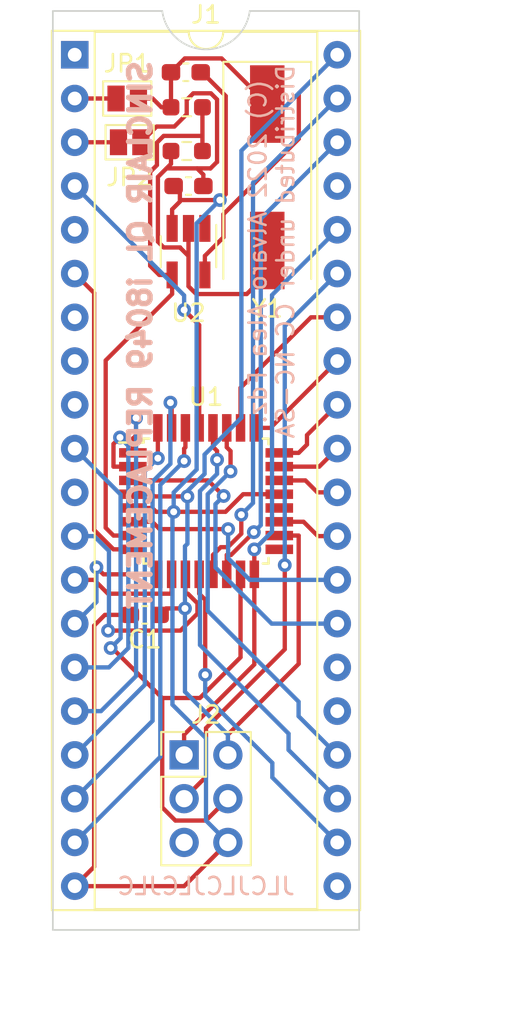
<source format=kicad_pcb>
(kicad_pcb (version 20211014) (generator pcbnew)
  (title_block (title "SINCLAIR QL i8049 REPLACEMENT") (date "2022-02-13") (rev "00") (company "Alvaro Alea Fernandez") (comment 1 "Replace IC24") (comment 2 "THIS IS WIP, DO NOT WORK, DO NOT USE"))
  (layers (0 "F.Cu" signal) (31 "B.Cu" signal) (34 "B.Paste" user) (35 "F.Paste" user) (36 "B.SilkS" user "B.Silkscreen") (37 "F.SilkS" user "F.Silkscreen") (38 "B.Mask" user) (39 "F.Mask" user) (44 "Edge.Cuts" user))
  (net 0 "")
  (net 2 "/XTAL1")
  (net 3 "/XTAL2")
  (net 4 "/~{RESET}")
  (net 6 "/~{INT}")
  (net 10 "/COMCTL")
  (net 12 "/KBI0")
  (net 13 "/KBI1")
  (net 14 "/KBI2")
  (net 15 "/KBI3")
  (net 16 "/KBI4")
  (net 17 "/KBI5")
  (net 18 "/KBI6")
  (net 19 "/KBI7")
  (net 20 "GND")
  (net 22 "/SPK")
  (net 23 "/~{IPL2{slash}0}")
  (net 24 "/~{IPL1}")
  (net 27 "/KBO0")
  (net 28 "/KBO1")
  (net 29 "/KBO2")
  (net 30 "/KBO3")
  (net 31 "/KBO4")
  (net 32 "/KBO5")
  (net 33 "/KBO6")
  (net 34 "/KBO7")
  (net 35 "/CTS")
  (net 36 "/DTR")
  (net 38 "/COMDATA")
  (net 39 "/BAUDX4")
  (net 40 "+5V")
  (net 41 "/CLK")
  (net 45 "Net-(C2-Pad1)")
  (net 46 "Net-(C3-Pad1)")
  (footprint "Package_DIP:DIP-40_W15.24mm_Socket" (layer "F.Cu") (at 114.3 68.58)
    (fp_text reference "J1" (at 7.62 -2.33) (layer "F.SilkS"))
    (fp_text value "Conn_02x20_Counter_Clockwise")
    (fp_line (start 14.08 -1.33) (end 8.62 -1.33) (layer "F.SilkS") (width 0.12))
    (fp_line (start 1.16 49.59) (end 14.08 49.59) (layer "F.SilkS") (width 0.12))
    (fp_line (start 1.16 -1.33) (end 1.16 49.59) (layer "F.SilkS") (width 0.12))
    (fp_line (start -1.33 -1.39) (end -1.33 49.65) (layer "F.SilkS") (width 0.12))
    (fp_line (start 14.08 49.59) (end 14.08 -1.33) (layer "F.SilkS") (width 0.12))
    (fp_line (start -1.33 49.65) (end 16.57 49.65) (layer "F.SilkS") (width 0.12))
    (fp_line (start 6.62 -1.33) (end 1.16 -1.33) (layer "F.SilkS") (width 0.12))
    (fp_line (start 16.57 -1.39) (end -1.33 -1.39) (layer "F.SilkS") (width 0.12))
    (fp_line (start 16.57 49.65) (end 16.57 -1.39) (layer "F.SilkS") (width 0.12))
    (fp_arc (start 8.62 -1.33) (mid 7.62 -0.33) (end 6.62 -1.33) (layer "F.SilkS") (width 0.12))
    (pad "1" thru_hole rect (at 0 0) (size 1.6 1.6) (drill 0.8) (layers *.Cu *.Mask))
    (pad "2" thru_hole oval (at 0 2.54) (size 1.6 1.6) (drill 0.8) (layers *.Cu *.Mask) (net 2 "/XTAL1"))
    (pad "3" thru_hole oval (at 0 5.08) (size 1.6 1.6) (drill 0.8) (layers *.Cu *.Mask) (net 3 "/XTAL2"))
    (pad "4" thru_hole oval (at 0 7.62) (size 1.6 1.6) (drill 0.8) (layers *.Cu *.Mask) (net 4 "/~{RESET}"))
    (pad "5" thru_hole oval (at 0 10.16) (size 1.6 1.6) (drill 0.8) (layers *.Cu *.Mask))
    (pad "6" thru_hole oval (at 0 12.7) (size 1.6 1.6) (drill 0.8) (layers *.Cu *.Mask) (net 6 "/~{INT}"))
    (pad "7" thru_hole oval (at 0 15.24) (size 1.6 1.6) (drill 0.8) (layers *.Cu *.Mask))
    (pad "8" thru_hole oval (at 0 17.78) (size 1.6 1.6) (drill 0.8) (layers *.Cu *.Mask))
    (pad "9" thru_hole oval (at 0 20.32) (size 1.6 1.6) (drill 0.8) (layers *.Cu *.Mask))
    (pad "10" thru_hole oval (at 0 22.86) (size 1.6 1.6) (drill 0.8) (layers *.Cu *.Mask) (net 10 "/COMCTL"))
    (pad "11" thru_hole oval (at 0 25.4) (size 1.6 1.6) (drill 0.8) (layers *.Cu *.Mask))
    (pad "12" thru_hole oval (at 0 27.94) (size 1.6 1.6) (drill 0.8) (layers *.Cu *.Mask) (net 12 "/KBI0"))
    (pad "13" thru_hole oval (at 0 30.48) (size 1.6 1.6) (drill 0.8) (layers *.Cu *.Mask) (net 13 "/KBI1"))
    (pad "14" thru_hole oval (at 0 33.02) (size 1.6 1.6) (drill 0.8) (layers *.Cu *.Mask) (net 14 "/KBI2"))
    (pad "15" thru_hole oval (at 0 35.56) (size 1.6 1.6) (drill 0.8) (layers *.Cu *.Mask) (net 15 "/KBI3"))
    (pad "16" thru_hole oval (at 0 38.1) (size 1.6 1.6) (drill 0.8) (layers *.Cu *.Mask) (net 16 "/KBI4"))
    (pad "17" thru_hole oval (at 0 40.64) (size 1.6 1.6) (drill 0.8) (layers *.Cu *.Mask) (net 17 "/KBI5"))
    (pad "18" thru_hole oval (at 0 43.18) (size 1.6 1.6) (drill 0.8) (layers *.Cu *.Mask) (net 18 "/KBI6"))
    (pad "19" thru_hole oval (at 0 45.72) (size 1.6 1.6) (drill 0.8) (layers *.Cu *.Mask) (net 19 "/KBI7"))
    (pad "20" thru_hole oval (at 0 48.26) (size 1.6 1.6) (drill 0.8) (layers *.Cu *.Mask) (net 20 "GND"))
    (pad "21" thru_hole oval (at 15.24 48.26) (size 1.6 1.6) (drill 0.8) (layers *.Cu *.Mask))
    (pad "22" thru_hole oval (at 15.24 45.72) (size 1.6 1.6) (drill 0.8) (layers *.Cu *.Mask) (net 22 "/SPK"))
    (pad "23" thru_hole oval (at 15.24 43.18) (size 1.6 1.6) (drill 0.8) (layers *.Cu *.Mask) (net 23 "/~{IPL2{slash}0}"))
    (pad "24" thru_hole oval (at 15.24 40.64) (size 1.6 1.6) (drill 0.8) (layers *.Cu *.Mask) (net 24 "/~{IPL1}"))
    (pad "25" thru_hole oval (at 15.24 38.1) (size 1.6 1.6) (drill 0.8) (layers *.Cu *.Mask))
    (pad "26" thru_hole oval (at 15.24 35.56) (size 1.6 1.6) (drill 0.8) (layers *.Cu *.Mask))
    (pad "27" thru_hole oval (at 15.24 33.02) (size 1.6 1.6) (drill 0.8) (layers *.Cu *.Mask) (net 27 "/KBO0"))
    (pad "28" thru_hole oval (at 15.24 30.48) (size 1.6 1.6) (drill 0.8) (layers *.Cu *.Mask) (net 28 "/KBO1"))
    (pad "29" thru_hole oval (at 15.24 27.94) (size 1.6 1.6) (drill 0.8) (layers *.Cu *.Mask) (net 29 "/KBO2"))
    (pad "30" thru_hole oval (at 15.24 25.4) (size 1.6 1.6) (drill 0.8) (layers *.Cu *.Mask) (net 30 "/KBO3"))
    (pad "31" thru_hole oval (at 15.24 22.86) (size 1.6 1.6) (drill 0.8) (layers *.Cu *.Mask) (net 31 "/KBO4"))
    (pad "32" thru_hole oval (at 15.24 20.32) (size 1.6 1.6) (drill 0.8) (layers *.Cu *.Mask) (net 32 "/KBO5"))
    (pad "33" thru_hole oval (at 15.24 17.78) (size 1.6 1.6) (drill 0.8) (layers *.Cu *.Mask) (net 33 "/KBO6"))
    (pad "34" thru_hole oval (at 15.24 15.24) (size 1.6 1.6) (drill 0.8) (layers *.Cu *.Mask) (net 34 "/KBO7"))
    (pad "35" thru_hole oval (at 15.24 12.7) (size 1.6 1.6) (drill 0.8) (layers *.Cu *.Mask) (net 35 "/CTS"))
    (pad "36" thru_hole oval (at 15.24 10.16) (size 1.6 1.6) (drill 0.8) (layers *.Cu *.Mask) (net 36 "/DTR"))
    (pad "37" thru_hole oval (at 15.24 7.62) (size 1.6 1.6) (drill 0.8) (layers *.Cu *.Mask))
    (pad "38" thru_hole oval (at 15.24 5.08) (size 1.6 1.6) (drill 0.8) (layers *.Cu *.Mask) (net 38 "/COMDATA"))
    (pad "39" thru_hole oval (at 15.24 2.54) (size 1.6 1.6) (drill 0.8) (layers *.Cu *.Mask) (net 39 "/BAUDX4"))
    (pad "40" thru_hole oval (at 15.24 0) (size 1.6 1.6) (drill 0.8) (layers *.Cu *.Mask) (net 40 "+5V"))
  )
  (footprint "Resistor_SMD:R_0603_1608Metric_Pad0.98x0.95mm_HandSolder" (layer "F.Cu") (at 120.8005 74.168 180)
    (fp_text reference "R1" hide)
    (fp_text value "R")
    (fp_line (start -0.254724 -0.5225) (end 0.254724 -0.5225) (layer "F.SilkS") (width 0.12))
    (fp_line (start -0.254724 0.5225) (end 0.254724 0.5225) (layer "F.SilkS") (width 0.12))
    (pad "1" smd roundrect (at -0.9125 0 180) (size 0.975 0.95) (layers "F.Cu" "F.Paste" "F.Mask") (net 41 "/CLK"))
    (pad "2" smd roundrect (at 0.9125 0 180) (size 0.975 0.95) (layers "F.Cu" "F.Paste" "F.Mask") (net 46 "Net-(C3-Pad1)"))
  )
  (footprint "Capacitor_SMD:C_0603_1608Metric_Pad1.08x0.95mm_HandSolder" (layer "F.Cu") (at 118.364 101.092 180)
    (fp_text reference "C1" (at 0 -1.43) (layer "F.SilkS"))
    (fp_text value "C")
    (fp_line (start -0.146267 0.51) (end 0.146267 0.51) (layer "F.SilkS") (width 0.12))
    (fp_line (start -0.146267 -0.51) (end 0.146267 -0.51) (layer "F.SilkS") (width 0.12))
    (pad "1" smd roundrect (at -0.8625 0 180) (size 1.075 0.95) (layers "F.Cu" "F.Paste" "F.Mask") (net 40 "+5V"))
    (pad "2" smd roundrect (at 0.8625 0 180) (size 1.075 0.95) (layers "F.Cu" "F.Paste" "F.Mask") (net 20 "GND"))
  )
  (footprint "Capacitor_SMD:C_0603_1608Metric_Pad1.08x0.95mm_HandSolder" (layer "F.Cu") (at 120.904 76.2 180)
    (fp_text reference "C3" hide)
    (fp_text value "C")
    (fp_line (start -0.146267 -0.51) (end 0.146267 -0.51) (layer "F.SilkS") (width 0.12))
    (fp_line (start -0.146267 0.51) (end 0.146267 0.51) (layer "F.SilkS") (width 0.12))
    (pad "1" smd roundrect (at -0.8625 0 180) (size 1.075 0.95) (layers "F.Cu" "F.Paste" "F.Mask") (net 46 "Net-(C3-Pad1)"))
    (pad "2" smd roundrect (at 0.8625 0 180) (size 1.075 0.95) (layers "F.Cu" "F.Paste" "F.Mask") (net 20 "GND"))
  )
  (footprint "Crystal:Crystal_SMD_HC49-SD" (layer "F.Cu") (at 125.476 75.692 -90)
    (fp_text reference "Y1" (at 7.62 0) (layer "F.SilkS"))
    (fp_text value "Crystal")
    (fp_line (start -6.7 -2.55) (end -6.7 2.55) (layer "F.SilkS") (width 0.12))
    (fp_line (start -6.7 2.55) (end 5.9 2.55) (layer "F.SilkS") (width 0.12))
    (fp_line (start 5.9 -2.55) (end -6.7 -2.55) (layer "F.SilkS") (width 0.12))
    (pad "1" smd rect (at -4.25 0 270) (size 4.5 2) (layers "F.Cu" "F.Paste" "F.Mask") (net 45 "Net-(C2-Pad1)"))
    (pad "2" smd rect (at 4.25 0 270) (size 4.5 2) (layers "F.Cu" "F.Paste" "F.Mask") (net 46 "Net-(C3-Pad1)"))
  )
  (footprint "Jumper:SolderJumper-2_P1.3mm_Open_Pad1.0x1.5mm" (layer "F.Cu") (at 117.348 71.12 180)
    (fp_text reference "JP1" (at 0 2.032 180) (layer "F.SilkS"))
    (fp_text value "Jumper_2_Open")
    (fp_line (start -1.4 -1) (end 1.4 -1) (layer "F.SilkS") (width 0.12))
    (fp_line (start -1.4 1) (end -1.4 -1) (layer "F.SilkS") (width 0.12))
    (fp_line (start 1.4 1) (end -1.4 1) (layer "F.SilkS") (width 0.12))
    (fp_line (start 1.4 -1) (end 1.4 1) (layer "F.SilkS") (width 0.12))
    (pad "1" smd rect (at -0.65 0 180) (size 1 1.5) (layers "F.Cu" "F.Mask") (net 45 "Net-(C2-Pad1)"))
    (pad "2" smd rect (at 0.65 0 180) (size 1 1.5) (layers "F.Cu" "F.Mask") (net 2 "/XTAL1"))
  )
  (footprint "Package_QFP:TQFP-32_7x7mm_P0.8mm" (layer "F.Cu") (at 121.925 94.488)
    (fp_text reference "U1" (at 0 -6.05) (layer "F.SilkS"))
    (fp_text value "ATmega328PB-A")
    (fp_line (start 3.625 -3.625) (end 3.625 -3.3) (layer "F.SilkS") (width 0.15))
    (fp_line (start -3.625 3.625) (end -3.625 3.3) (layer "F.SilkS") (width 0.15))
    (fp_line (start -3.625 -3.625) (end -3.625 -3.4) (layer "F.SilkS") (width 0.15))
    (fp_line (start 3.625 3.625) (end 3.3 3.625) (layer "F.SilkS") (width 0.15))
    (fp_line (start -3.625 -3.4) (end -5.05 -3.4) (layer "F.SilkS") (width 0.15))
    (fp_line (start 3.625 3.625) (end 3.625 3.3) (layer "F.SilkS") (width 0.15))
    (fp_line (start 3.625 -3.625) (end 3.3 -3.625) (layer "F.SilkS") (width 0.15))
    (fp_line (start -3.625 -3.625) (end -3.3 -3.625) (layer "F.SilkS") (width 0.15))
    (fp_line (start -3.625 3.625) (end -3.3 3.625) (layer "F.SilkS") (width 0.15))
    (pad "1" smd rect (at -4.25 -2.8) (size 1.6 0.55) (layers "F.Cu" "F.Paste" "F.Mask") (net 16 "/KBI4"))
    (pad "2" smd rect (at -4.25 -2) (size 1.6 0.55) (layers "F.Cu" "F.Paste" "F.Mask") (net 15 "/KBI3"))
    (pad "3" smd rect (at -4.25 -1.2) (size 1.6 0.55) (layers "F.Cu" "F.Paste" "F.Mask") (net 27 "/KBO0"))
    (pad "4" smd rect (at -4.25 -0.4) (size 1.6 0.55) (layers "F.Cu" "F.Paste" "F.Mask") (net 40 "+5V"))
    (pad "5" smd rect (at -4.25 0.4) (size 1.6 0.55) (layers "F.Cu" "F.Paste" "F.Mask") (net 20 "GND"))
    (pad "6" smd rect (at -4.25 1.2) (size 1.6 0.55) (layers "F.Cu" "F.Paste" "F.Mask") (net 28 "/KBO1"))
    (pad "7" smd rect (at -4.25 2) (size 1.6 0.55) (layers "F.Cu" "F.Paste" "F.Mask") (net 41 "/CLK"))
    (pad "8" smd rect (at -4.25 2.8) (size 1.6 0.55) (layers "F.Cu" "F.Paste" "F.Mask") (net 6 "/~{INT}"))
    (pad "9" smd rect (at -2.8 4.25 90) (size 1.6 0.55) (layers "F.Cu" "F.Paste" "F.Mask") (net 14 "/KBI2"))
    (pad "10" smd rect (at -2 4.25 90) (size 1.6 0.55) (layers "F.Cu" "F.Paste" "F.Mask") (net 13 "/KBI1"))
    (pad "11" smd rect (at -1.2 4.25 90) (size 1.6 0.55) (layers "F.Cu" "F.Paste" "F.Mask") (net 12 "/KBI0"))
    (pad "12" smd rect (at -0.4 4.25 90) (size 1.6 0.55) (layers "F.Cu" "F.Paste" "F.Mask") (net 22 "/SPK"))
    (pad "13" smd rect (at 0.4 4.25 90) (size 1.6 0.55) (layers "F.Cu" "F.Paste" "F.Mask") (net 39 "/BAUDX4"))
    (pad "14" smd rect (at 1.2 4.25 90) (size 1.6 0.55) (layers "F.Cu" "F.Paste" "F.Mask") (net 38 "/COMDATA"))
    (pad "15" smd rect (at 2 4.25 90) (size 1.6 0.55) (layers "F.Cu" "F.Paste" "F.Mask") (net 10 "/COMCTL"))
    (pad "16" smd rect (at 2.8 4.25 90) (size 1.6 0.55) (layers "F.Cu" "F.Paste" "F.Mask") (net 36 "/DTR"))
    (pad "17" smd rect (at 4.25 2.8) (size 1.6 0.55) (layers "F.Cu" "F.Paste" "F.Mask") (net 35 "/CTS"))
    (pad "18" smd rect (at 4.25 2) (size 1.6 0.55) (layers "F.Cu" "F.Paste" "F.Mask") (net 40 "+5V"))
    (pad "19" smd rect (at 4.25 1.2) (size 1.6 0.55) (layers "F.Cu" "F.Paste" "F.Mask") (net 29 "/KBO2"))
    (pad "20" smd rect (at 4.25 0.4) (size 1.6 0.55) (layers "F.Cu" "F.Paste" "F.Mask"))
    (pad "21" smd rect (at 4.25 -0.4) (size 1.6 0.55) (layers "F.Cu" "F.Paste" "F.Mask") (net 20 "GND"))
    (pad "22" smd rect (at 4.25 -1.2) (size 1.6 0.55) (layers "F.Cu" "F.Paste" "F.Mask") (net 30 "/KBO3"))
    (pad "23" smd rect (at 4.25 -2) (size 1.6 0.55) (layers "F.Cu" "F.Paste" "F.Mask") (net 31 "/KBO4"))
    (pad "24" smd rect (at 4.25 -2.8) (size 1.6 0.55) (layers "F.Cu" "F.Paste" "F.Mask") (net 32 "/KBO5"))
    (pad "25" smd rect (at 2.8 -4.25 90) (size 1.6 0.55) (layers "F.Cu" "F.Paste" "F.Mask") (net 33 "/KBO6"))
    (pad "26" smd rect (at 2 -4.25 90) (size 1.6 0.55) (layers "F.Cu" "F.Paste" "F.Mask") (net 34 "/KBO7"))
    (pad "27" smd rect (at 1.2 -4.25 90) (size 1.6 0.55) (layers "F.Cu" "F.Paste" "F.Mask") (net 24 "/~{IPL1}"))
    (pad "28" smd rect (at 0.4 -4.25 90) (size 1.6 0.55) (layers "F.Cu" "F.Paste" "F.Mask") (net 23 "/~{IPL2{slash}0}"))
    (pad "29" smd rect (at -0.4 -4.25 90) (size 1.6 0.55) (layers "F.Cu" "F.Paste" "F.Mask") (net 4 "/~{RESET}"))
    (pad "30" smd rect (at -1.2 -4.25 90) (size 1.6 0.55) (layers "F.Cu" "F.Paste" "F.Mask") (net 19 "/KBI7"))
    (pad "31" smd rect (at -2 -4.25 90) (size 1.6 0.55) (layers "F.Cu" "F.Paste" "F.Mask") (net 18 "/KBI6"))
    (pad "32" smd rect (at -2.8 -4.25 90) (size 1.6 0.55) (layers "F.Cu" "F.Paste" "F.Mask") (net 17 "/KBI5"))
  )
  (footprint "Resistor_SMD:R_0603_1608Metric_Pad0.98x0.95mm_HandSolder" (layer "F.Cu") (at 120.8005 71.628 180)
    (fp_text reference "R2" hide)
    (fp_text value "R")
    (fp_line (start -0.254724 -0.5225) (end 0.254724 -0.5225) (layer "F.SilkS") (width 0.12))
    (fp_line (start -0.254724 0.5225) (end 0.254724 0.5225) (layer "F.SilkS") (width 0.12))
    (pad "1" smd roundrect (at -0.9125 0 180) (size 0.975 0.95) (layers "F.Cu" "F.Paste" "F.Mask") (net 41 "/CLK"))
    (pad "2" smd roundrect (at 0.9125 0 180) (size 0.975 0.95) (layers "F.Cu" "F.Paste" "F.Mask") (net 45 "Net-(C2-Pad1)"))
  )
  (footprint "Capacitor_SMD:C_0603_1608Metric_Pad1.08x0.95mm_HandSolder" (layer "F.Cu") (at 120.7505 69.596)
    (fp_text reference "C2" hide)
    (fp_text value "C")
    (fp_line (start -0.146267 -0.51) (end 0.146267 -0.51) (layer "F.SilkS") (width 0.12))
    (fp_line (start -0.146267 0.51) (end 0.146267 0.51) (layer "F.SilkS") (width 0.12))
    (pad "1" smd roundrect (at -0.8625 0) (size 1.075 0.95) (layers "F.Cu" "F.Paste" "F.Mask") (net 45 "Net-(C2-Pad1)"))
    (pad "2" smd roundrect (at 0.8625 0) (size 1.075 0.95) (layers "F.Cu" "F.Paste" "F.Mask") (net 20 "GND"))
  )
  (footprint "Connector_PinHeader_2.54mm:PinHeader_2x03_P2.54mm_Vertical" (layer "F.Cu") (at 120.65 109.22)
    (fp_text reference "J2" (at 1.27 -2.33) (layer "F.SilkS"))
    (fp_text value "ICSP")
    (fp_line (start -1.33 1.27) (end -1.33 6.41) (layer "F.SilkS") (width 0.12))
    (fp_line (start 3.87 -1.33) (end 3.87 6.41) (layer "F.SilkS") (width 0.12))
    (fp_line (start 1.27 1.27) (end 1.27 -1.33) (layer "F.SilkS") (width 0.12))
    (fp_line (start -1.33 1.27) (end 1.27 1.27) (layer "F.SilkS") (width 0.12))
    (fp_line (start -1.33 6.41) (end 3.87 6.41) (layer "F.SilkS") (width 0.12))
    (fp_line (start -1.33 0) (end -1.33 -1.33) (layer "F.SilkS") (width 0.12))
    (fp_line (start -1.33 -1.33) (end 0 -1.33) (layer "F.SilkS") (width 0.12))
    (fp_line (start 1.27 -1.33) (end 3.87 -1.33) (layer "F.SilkS") (width 0.12))
    (pad "1" thru_hole rect (at 0 0) (size 1.7 1.7) (drill 1) (layers *.Cu *.Mask) (net 36 "/DTR"))
    (pad "2" thru_hole oval (at 2.54 0) (size 1.7 1.7) (drill 1) (layers *.Cu *.Mask) (net 40 "+5V"))
    (pad "3" thru_hole oval (at 0 2.54) (size 1.7 1.7) (drill 1) (layers *.Cu *.Mask) (net 35 "/CTS"))
    (pad "4" thru_hole oval (at 2.54 2.54) (size 1.7 1.7) (drill 1) (layers *.Cu *.Mask) (net 10 "/COMCTL"))
    (pad "5" thru_hole oval (at 0 5.08) (size 1.7 1.7) (drill 1) (layers *.Cu *.Mask))
    (pad "6" thru_hole oval (at 2.54 5.08) (size 1.7 1.7) (drill 1) (layers *.Cu *.Mask) (net 20 "GND"))
  )
  (footprint "Jumper:SolderJumper-2_P1.3mm_Open_Pad1.0x1.5mm" (layer "F.Cu") (at 117.49 73.66 180)
    (fp_text reference "JP2" (at 0 -2.032 180) (layer "F.SilkS"))
    (fp_text value "Jumper_2_Open")
    (fp_line (start 1.4 -1) (end 1.4 1) (layer "F.SilkS") (width 0.12))
    (fp_line (start 1.4 1) (end -1.4 1) (layer "F.SilkS") (width 0.12))
    (fp_line (start -1.4 1) (end -1.4 -1) (layer "F.SilkS") (width 0.12))
    (fp_line (start -1.4 -1) (end 1.4 -1) (layer "F.SilkS") (width 0.12))
    (pad "1" smd rect (at -0.65 0 180) (size 1 1.5) (layers "F.Cu" "F.Mask") (net 46 "Net-(C3-Pad1)"))
    (pad "2" smd rect (at 0.65 0 180) (size 1 1.5) (layers "F.Cu" "F.Mask") (net 3 "/XTAL2"))
  )
  (footprint "Package_TO_SOT_SMD:SOT-23-5_HandSoldering" (layer "F.Cu") (at 120.904 80.01 -90)
    (fp_text reference "U2" (at 3.556 0) (layer "F.SilkS"))
    (fp_text value "74LVC1GU04DRL")
    (fp_line (start -0.9 1.61) (end 0.9 1.61) (layer "F.SilkS") (width 0.12))
    (fp_line (start 0.9 -1.61) (end -1.55 -1.61) (layer "F.SilkS") (width 0.12))
    (pad "1" smd rect (at -1.35 -0.95 270) (size 1.56 0.65) (layers "F.Cu" "F.Paste" "F.Mask"))
    (pad "2" smd rect (at -1.35 0 270) (size 1.56 0.65) (layers "F.Cu" "F.Paste" "F.Mask") (net 46 "Net-(C3-Pad1)"))
    (pad "3" smd rect (at -1.35 0.95 270) (size 1.56 0.65) (layers "F.Cu" "F.Paste" "F.Mask") (net 20 "GND"))
    (pad "4" smd rect (at 1.35 0.95 270) (size 1.56 0.65) (layers "F.Cu" "F.Paste" "F.Mask") (net 41 "/CLK"))
    (pad "5" smd rect (at 1.35 -0.95 270) (size 1.56 0.65) (layers "F.Cu" "F.Paste" "F.Mask") (net 40 "+5V"))
  )
  (gr_line (start 130.81 119.38) (end 130.81 66.04) (layer "Edge.Cuts") (width 0.1))
  (gr_arc (start 124.46 66.04) (mid 121.92 68.268978) (end 119.38 66.04) (layer "Edge.Cuts") (width 0.1))
  (gr_line (start 119.38 66.04) (end 113.03 66.04) (layer "Edge.Cuts") (width 0.1))
  (gr_line (start 113.03 66.04) (end 113.03 119.38) (layer "Edge.Cuts") (width 0.1))
  (gr_line (start 130.81 66.04) (end 124.46 66.04) (layer "Edge.Cuts") (width 0.1))
  (gr_line (start 113.03 119.38) (end 130.81 119.38) (layer "Edge.Cuts") (width 0.1))
  (gr_text "JLCJLCJLCJLC" (at 121.92 116.84) (layer "B.SilkS") (effects (font (size 1 1)) (justify mirror)))
  (gr_text "(C) 2022 Alvaro Alea Fdz.\nDistributed under CC NC-SA" (at 125.73 80.01 90) (layer "B.SilkS") (effects (font (size 1 1)) (justify mirror)))
  (gr_text "SINCLAIR QL i8049 REPLACEMENT" (at 118.11 84.836 90) (layer "B.SilkS") (effects (font (size 1.25 1.25) (thickness 0.3125)) (justify mirror)))
  (segment (start 114.3 71.12) (end 116.698 71.12) (width 0.25) (layer "F.Cu") (net 2))
  (segment (start 114.3 73.66) (end 116.84 73.66) (width 0.25) (layer "F.Cu") (net 3))
  (segment (start 121.525 90.238) (end 121.525 84.269) (width 0.25) (layer "F.Cu") (net 4))
  (segment (start 121.525 84.269) (end 120.6507 83.3947) (width 0.25) (layer "F.Cu") (net 4))
  (via (at 120.6507 83.3947) (size 0.8) (drill 0.4) (layers "F.Cu" "B.Cu") (net 4))
  (segment (start 120.6507 82.5507) (end 120.6507 83.3947) (width 0.25) (layer "B.Cu") (net 4))
  (segment (start 114.3 76.2) (end 120.6507 82.5507) (width 0.25) (layer "B.Cu") (net 4))
  (segment (start 114.38 81.36) (end 114.3 81.28) (width 0.25) (layer "F.Cu") (net 6))
  (segment (start 115.4254 82.4054) (end 115.4254 96.1637) (width 0.25) (layer "F.Cu") (net 6))
  (segment (start 117.675 97.288) (end 116.5497 97.288) (width 0.25) (layer "F.Cu") (net 6))
  (segment (start 115.4254 96.1637) (end 116.5497 97.288) (width 0.25) (layer "F.Cu") (net 6))
  (segment (start 114.38 81.36) (end 115.4254 82.4054) (width 0.25) (layer "F.Cu") (net 6))
  (segment (start 119.38 105.918) (end 121.562 105.918) (width 0.25) (layer "F.Cu") (net 10))
  (segment (start 120.142 113.03) (end 119.38 112.268) (width 0.25) (layer "F.Cu") (net 10))
  (segment (start 121.92 113.03) (end 120.142 113.03) (width 0.25) (layer "F.Cu") (net 10))
  (segment (start 123.925 103.555) (end 123.925 98.738) (width 0.25) (layer "F.Cu") (net 10))
  (segment (start 116.4791 103.0171) (end 119.38 105.918) (width 0.25) (layer "F.Cu") (net 10))
  (segment (start 119.38 112.268) (end 119.38 105.918) (width 0.25) (layer "F.Cu") (net 10))
  (segment (start 121.614 105.866) (end 123.925 103.555) (width 0.25) (layer "F.Cu") (net 10))
  (segment (start 123.19 111.76) (end 121.92 113.03) (width 0.25) (layer "F.Cu") (net 10))
  (segment (start 121.562 105.918) (end 121.614 105.866) (width 0.25) (layer "F.Cu") (net 10))
  (segment (start 116.3853 103.0171) (end 116.4791 103.0171) (width 0.25) (layer "F.Cu") (net 10))
  (via (at 116.3853 103.0171) (size 0.8) (drill 0.4) (layers "F.Cu" "B.Cu") (net 10))
  (segment (start 114.3 91.44) (end 116.9613 94.1013) (width 0.25) (layer "B.Cu") (net 10))
  (segment (start 116.9613 102.4411) (end 116.3853 103.0171) (width 0.25) (layer "B.Cu") (net 10))
  (segment (start 116.9613 94.1013) (end 116.9613 102.4411) (width 0.25) (layer "B.Cu") (net 10))
  (segment (start 120.725 99.8633) (end 120.8699 99.8633) (width 0.25) (layer "F.Cu") (net 12))
  (segment (start 121.4238 101.0182) (end 120.4377 102.0043) (width 0.25) (layer "F.Cu") (net 12))
  (segment (start 120.725 98.738) (end 120.725 99.8633) (width 0.25) (layer "F.Cu") (net 12))
  (segment (start 120.8699 99.8633) (end 121.4238 100.4172) (width 0.25) (layer "F.Cu") (net 12))
  (segment (start 121.4238 100.4172) (end 121.4238 101.0182) (width 0.25) (layer "F.Cu") (net 12))
  (segment (start 120.4377 102.0043) (end 116.236 102.0043) (width 0.25) (layer "F.Cu") (net 12))
  (via (at 116.236 102.0043) (size 0.8) (drill 0.4) (layers "F.Cu" "B.Cu") (net 12))
  (segment (start 116.2859 97.3806) (end 116.2859 101.9544) (width 0.25) (layer "B.Cu") (net 12))
  (segment (start 114.3 96.52) (end 115.4253 96.52) (width 0.25) (layer "B.Cu") (net 12))
  (segment (start 116.2859 101.9544) (end 116.236 102.0043) (width 0.25) (layer "B.Cu") (net 12))
  (segment (start 115.4253 96.52) (end 116.2859 97.3806) (width 0.25) (layer "B.Cu") (net 12))
  (segment (start 116.2286 99.8633) (end 115.4253 99.06) (width 0.25) (layer "F.Cu") (net 13))
  (segment (start 114.3 99.06) (end 115.4253 99.06) (width 0.25) (layer "F.Cu") (net 13))
  (segment (start 119.925 99.8633) (end 116.2286 99.8633) (width 0.25) (layer "F.Cu") (net 13))
  (segment (start 119.925 98.738) (end 119.925 99.8633) (width 0.25) (layer "F.Cu") (net 13))
  (segment (start 119.125 98.738) (end 115.9677 98.738) (width 0.25) (layer "F.Cu") (net 14))
  (segment (start 115.9677 98.738) (end 115.5605 98.3308) (width 0.25) (layer "F.Cu") (net 14))
  (via (at 115.5605 98.3308) (size 0.8) (drill 0.4) (layers "F.Cu" "B.Cu") (net 14))
  (segment (start 115.5605 100.3395) (end 114.3 101.6) (width 0.25) (layer "B.Cu") (net 14))
  (segment (start 115.5605 98.3308) (end 115.5605 100.3395) (width 0.25) (layer "B.Cu") (net 14))
  (segment (start 117.675 92.488) (end 116.5497 92.488) (width 0.25) (layer "F.Cu") (net 15))
  (segment (start 116.5497 92.488) (end 116.5497 91.1706) (width 0.25) (layer "F.Cu") (net 15))
  (segment (start 116.5497 91.1706) (end 116.9268 90.7935) (width 0.25) (layer "F.Cu") (net 15))
  (via (at 116.9268 90.7935) (size 0.8) (drill 0.4) (layers "F.Cu" "B.Cu") (net 15))
  (segment (start 117.4117 103.0165) (end 117.4117 91.2784) (width 0.25) (layer "B.Cu") (net 15))
  (segment (start 114.3 104.14) (end 116.2882 104.14) (width 0.25) (layer "B.Cu") (net 15))
  (segment (start 116.2882 104.14) (end 117.4117 103.0165) (width 0.25) (layer "B.Cu") (net 15))
  (segment (start 117.4117 91.2784) (end 116.9268 90.7935) (width 0.25) (layer "B.Cu") (net 15))
  (segment (start 117.675 91.688) (end 117.675 90.859) (width 0.25) (layer "F.Cu") (net 16))
  (segment (start 117.675 90.859) (end 117.856 90.678) (width 0.25) (layer "F.Cu") (net 16))
  (segment (start 117.856 89.662) (end 117.856 90.678) (width 0.25) (layer "F.Cu") (net 16))
  (via (at 117.856 89.662) (size 0.8) (drill 0.4) (layers "F.Cu" "B.Cu") (net 16))
  (segment (start 115.824 106.68) (end 114.3 106.68) (width 0.25) (layer "B.Cu") (net 16))
  (segment (start 117.856 89.662) (end 117.86122 89.66722) (width 0.25) (layer "B.Cu") (net 16))
  (segment (start 117.86122 89.66722) (end 117.86122 104.64278) (width 0.25) (layer "B.Cu") (net 16))
  (segment (start 117.86122 104.64278) (end 115.824 106.68) (width 0.25) (layer "B.Cu") (net 16))
  (segment (start 119.125 90.238) (end 119.125 91.9986) (width 0.25) (layer "F.Cu") (net 17))
  (via (at 119.125 91.9986) (size 0.8) (drill 0.4) (layers "F.Cu" "B.Cu") (net 17))
  (segment (start 114.3 109.22) (end 118.3666 105.1534) (width 0.25) (layer "B.Cu") (net 17))
  (segment (start 118.3666 92.757) (end 119.125 91.9986) (width 0.25) (layer "B.Cu") (net 17))
  (segment (start 118.3666 105.1534) (end 118.3666 92.757) (width 0.25) (layer "B.Cu") (net 17))
  (segment (start 119.925 90.238) (end 119.925 89.1127) (width 0.25) (layer "F.Cu") (net 18))
  (segment (start 119.8537 89.0414) (end 119.8537 88.7722) (width 0.25) (layer "F.Cu") (net 18))
  (segment (start 119.925 89.1127) (end 119.8537 89.0414) (width 0.25) (layer "F.Cu") (net 18))
  (via (at 119.8537 88.7722) (size 0.8) (drill 0.4) (layers "F.Cu" "B.Cu") (net 18))
  (segment (start 118.8169 93.3607) (end 119.8537 92.3239) (width 0.25) (layer "B.Cu") (net 18))
  (segment (start 118.8169 107.2431) (end 118.8169 93.3607) (width 0.25) (layer "B.Cu") (net 18))
  (segment (start 119.8537 92.3239) (end 119.8537 88.7722) (width 0.25) (layer "B.Cu") (net 18))
  (segment (start 114.3 111.76) (end 118.8169 107.2431) (width 0.25) (layer "B.Cu") (net 18))
  (segment (start 120.725 90.238) (end 120.725 91.3633) (width 0.25) (layer "F.Cu") (net 19))
  (segment (start 120.6507 91.4376) (end 120.6507 92.1638) (width 0.25) (layer "F.Cu") (net 19))
  (segment (start 120.725 91.3633) (end 120.6507 91.4376) (width 0.25) (layer "F.Cu") (net 19))
  (via (at 120.6507 92.1638) (size 0.8) (drill 0.4) (layers "F.Cu" "B.Cu") (net 19))
  (segment (start 119.2674 93.5471) (end 120.6507 92.1638) (width 0.25) (layer "B.Cu") (net 19))
  (segment (start 119.2674 109.3326) (end 119.2674 93.5471) (width 0.25) (layer "B.Cu") (net 19))
  (segment (start 114.3 114.3) (end 119.2674 109.3326) (width 0.25) (layer "B.Cu") (net 19))
  (segment (start 119.0221 95.1098) (end 120.0441 95.1098) (width 0.25) (layer "F.Cu") (net 20))
  (segment (start 119.954 78.66) (end 119.954 77.5547) (width 0.25) (layer "F.Cu") (net 20))
  (segment (start 121.6864 69.596) (end 123.0663 70.9759) (width 0.25) (layer "F.Cu") (net 20))
  (segment (start 122.7252 77.0149) (end 120.4031 77.0149) (width 0.25) (layer "F.Cu") (net 20))
  (segment (start 121.613 69.596) (end 121.6864 69.596) (width 0.25) (layer "F.Cu") (net 20))
  (segment (start 118.8003 94.888) (end 119.0221 95.1098) (width 0.25) (layer "F.Cu") (net 20))
  (segment (start 119.954 77.5547) (end 120.4031 77.1056) (width 0.25) (layer "F.Cu") (net 20))
  (segment (start 117.5015 101.092) (end 116.0478 101.092) (width 0.25) (layer "F.Cu") (net 20))
  (segment (start 123.19 114.3) (end 120.65 116.84) (width 0.25) (layer "F.Cu") (net 20))
  (segment (start 120.4031 77.0149) (end 120.4031 76.5616) (width 0.25) (layer "F.Cu") (net 20))
  (segment (start 123.0557 95.1098) (end 124.0775 94.088) (width 0.25) (layer "F.Cu") (net 20))
  (segment (start 124.0775 94.088) (end 126.175 94.088) (width 0.25) (layer "F.Cu") (net 20))
  (segment (start 120.0441 95.1098) (end 123.0557 95.1098) (width 0.25) (layer "F.Cu") (net 20))
  (segment (start 123.0663 70.9759) (end 123.0663 76.6738) (width 0.25) (layer "F.Cu") (net 20))
  (segment (start 115.4253 115.7147) (end 114.3 116.84) (width 0.25) (layer "F.Cu") (net 20))
  (segment (start 120.4031 77.1056) (end 120.4031 77.0149) (width 0.25) (layer "F.Cu") (net 20))
  (segment (start 116.0478 101.092) (end 115.4253 101.7145) (width 0.25) (layer "F.Cu") (net 20))
  (segment (start 115.4253 101.7145) (end 115.4253 115.7147) (width 0.25) (layer "F.Cu") (net 20))
  (segment (start 120.65 116.84) (end 114.3 116.84) (width 0.25) (layer "F.Cu") (net 20))
  (segment (start 117.675 94.888) (end 118.8003 94.888) (width 0.25) (layer "F.Cu") (net 20))
  (segment (start 120.4031 76.5616) (end 120.0415 76.2) (width 0.25) (layer "F.Cu") (net 20))
  (segment (start 123.0663 76.6738) (end 122.7252 77.0149) (width 0.25) (layer "F.Cu") (net 20))
  (via (at 120.0441 95.1098) (size 0.8) (drill 0.4) (layers "F.Cu" "B.Cu") (net 20))
  (via (at 122.7252 77.0149) (size 0.8) (drill 0.4) (layers "F.Cu" "B.Cu") (net 20))
  (segment (start 119.9731 95.1808) (end 120.0441 95.1098) (width 0.25) (layer "B.Cu") (net 20))
  (segment (start 120.0441 95.1098) (end 120.0441 93.9892) (width 0.25) (layer "B.Cu") (net 20))
  (segment (start 123.19 114.3) (end 121.92 113.03) (width 0.25) (layer "B.Cu") (net 20))
  (segment (start 121.376 92.6573) (end 121.376 78.3641) (width 0.25) (layer "B.Cu") (net 20))
  (segment (start 121.376 78.3641) (end 122.7252 77.0149) (width 0.25) (layer "B.Cu") (net 20))
  (segment (start 119.9731 106.306) (end 119.9731 95.1808) (width 0.25) (layer "B.Cu") (net 20))
  (segment (start 121.92 113.03) (end 121.92 108.2529) (width 0.25) (layer "B.Cu") (net 20))
  (segment (start 121.92 108.2529) (end 119.9731 106.306) (width 0.25) (layer "B.Cu") (net 20))
  (segment (start 120.0441 93.9892) (end 121.376 92.6573) (width 0.25) (layer "B.Cu") (net 20))
  (segment (start 121.8741 104.5704) (end 121.8741 100.2124) (width 0.25) (layer "F.Cu") (net 22))
  (segment (start 121.525 98.738) (end 121.525 99.8633) (width 0.25) (layer "F.Cu") (net 22))
  (segment (start 121.8741 100.2124) (end 121.525 99.8633) (width 0.25) (layer "F.Cu") (net 22))
  (via (at 121.8741 104.5704) (size 0.8) (drill 0.4) (layers "F.Cu" "B.Cu") (net 22))
  (segment (start 121.8741 105.7902) (end 121.8741 104.5704) (width 0.25) (layer "B.Cu") (net 22))
  (segment (start 129.54 114.3) (end 125.77095 110.53095) (width 0.25) (layer "B.Cu") (net 22))
  (segment (start 125.77095 110.53095) (end 125.77095 109.68705) (width 0.25) (layer "B.Cu") (net 22))
  (segment (start 125.77095 109.68705) (end 121.8741 105.7902) (width 0.25) (layer "B.Cu") (net 22))
  (segment (start 122.5625 92.087) (end 122.5625 91.5745) (width 0.25) (layer "F.Cu") (net 23))
  (segment (start 122.5625 91.5745) (end 122.325 91.337) (width 0.25) (layer "F.Cu") (net 23))
  (segment (start 122.325 90.238) (end 122.325 91.337) (width 0.25) (layer "F.Cu") (net 23))
  (via (at 122.5625 92.087) (size 0.8) (drill 0.4) (layers "F.Cu" "B.Cu") (net 23))
  (segment (start 122.5625 92.9089) (end 121.5693 93.9021) (width 0.25) (layer "B.Cu") (net 23))
  (segment (start 122.5625 92.087) (end 122.5625 92.9089) (width 0.25) (layer "B.Cu") (net 23))
  (segment (start 121.5693 93.9021) (end 121.5693 102.8409) (width 0.25) (layer "B.Cu") (net 23))
  (segment (start 126.7122 108.9322) (end 126.7122 107.9838) (width 0.25) (layer "B.Cu") (net 23))
  (segment (start 129.54 111.76) (end 126.7122 108.9322) (width 0.25) (layer "B.Cu") (net 23))
  (segment (start 121.5693 102.8409) (end 126.7122 107.9838) (width 0.25) (layer "B.Cu") (net 23))
  (segment (start 123.125 90.238) (end 123.125 91.3633) (width 0.25) (layer "F.Cu") (net 24))
  (segment (start 123.125 91.3633) (end 123.3449 91.5832) (width 0.25) (layer "F.Cu") (net 24))
  (segment (start 123.3449 91.5832) (end 123.3449 92.7634) (width 0.25) (layer "F.Cu") (net 24))
  (via (at 123.3449 92.7634) (size 0.8) (drill 0.4) (layers "F.Cu" "B.Cu") (net 24))
  (segment (start 127.295 106.975) (end 127.295 106.131) (width 0.25) (layer "B.Cu") (net 24))
  (segment (start 122.0196 100.8556) (end 127.295 106.131) (width 0.25) (layer "B.Cu") (net 24))
  (segment (start 122.0196 94.0887) (end 122.0196 100.8556) (width 0.25) (layer "B.Cu") (net 24))
  (segment (start 123.3449 92.7634) (end 122.0196 94.0887) (width 0.25) (layer "B.Cu") (net 24))
  (segment (start 129.54 109.22) (end 127.295 106.975) (width 0.25) (layer "B.Cu") (net 24))
  (segment (start 122.042 93.288) (end 122.944 94.19) (width 0.25) (layer "F.Cu") (net 27))
  (segment (start 117.675 93.288) (end 122.042 93.288) (width 0.25) (layer "F.Cu") (net 27))
  (via (at 122.944 94.19) (size 0.8) (drill 0.4) (layers "F.Cu" "B.Cu") (net 27))
  (segment (start 129.54 101.6) (end 125.73 101.6) (width 0.25) (layer "B.Cu") (net 27))
  (segment (start 122.4699 98.3399) (end 122.4699 94.6641) (width 0.25) (layer "B.Cu") (net 27))
  (segment (start 122.4699 94.6641) (end 122.944 94.19) (width 0.25) (layer "B.Cu") (net 27))
  (segment (start 125.73 101.6) (end 122.4699 98.3399) (width 0.25) (layer "B.Cu") (net 27))
  (segment (start 117.675 95.688) (end 118.8003 95.688) (width 0.25) (layer "F.Cu") (net 28))
  (segment (start 118.8003 95.688) (end 119.2265 96.1142) (width 0.25) (layer "F.Cu") (net 28))
  (segment (start 119.2265 96.1142) (end 123.2039 96.1142) (width 0.25) (layer "F.Cu") (net 28))
  (via (at 123.2039 96.1142) (size 0.8) (drill 0.4) (layers "F.Cu" "B.Cu") (net 28))
  (segment (start 123.2039 96.1142) (end 123.2039 97.8039) (width 0.25) (layer "B.Cu") (net 28))
  (segment (start 123.2039 97.8039) (end 124.46 99.06) (width 0.25) (layer "B.Cu") (net 28))
  (segment (start 124.46 99.06) (end 129.54 99.06) (width 0.25) (layer "B.Cu") (net 28))
  (segment (start 127.5827 95.688) (end 128.4147 96.52) (width 0.25) (layer "F.Cu") (net 29))
  (segment (start 126.175 95.688) (end 127.5827 95.688) (width 0.25) (layer "F.Cu") (net 29))
  (segment (start 129.54 96.52) (end 128.4147 96.52) (width 0.25) (layer "F.Cu") (net 29))
  (segment (start 126.175 93.288) (end 127.692 93.288) (width 0.25) (layer "F.Cu") (net 30))
  (segment (start 128.384 93.98) (end 127.692 93.288) (width 0.25) (layer "F.Cu") (net 30))
  (segment (start 129.54 93.98) (end 128.384 93.98) (width 0.25) (layer "F.Cu") (net 30))
  (segment (start 126.175 92.488) (end 128.492 92.488) (width 0.25) (layer "F.Cu") (net 31))
  (segment (start 128.492 92.488) (end 129.54 91.44) (width 0.25) (layer "F.Cu") (net 31))
  (segment (start 127.3003 91.688) (end 127.78215 91.20615) (width 0.25) (layer "F.Cu") (net 32))
  (segment (start 127.78215 90.65785) (end 127.78215 91.20615) (width 0.25) (layer "F.Cu") (net 32))
  (segment (start 126.175 91.688) (end 127.3003 91.688) (width 0.25) (layer "F.Cu") (net 32))
  (segment (start 129.54 88.9) (end 127.78215 90.65785) (width 0.25) (layer "F.Cu") (net 32))
  (segment (start 124.725 90.238) (end 125.662 90.238) (width 0.25) (layer "F.Cu") (net 33))
  (segment (start 125.662 90.238) (end 129.54 86.36) (width 0.25) (layer "F.Cu") (net 33))
  (segment (start 128.016 83.82) (end 123.925 87.911) (width 0.25) (layer "F.Cu") (net 34))
  (segment (start 123.925 87.911) (end 123.925 90.238) (width 0.25) (layer "F.Cu") (net 34))
  (segment (start 129.54 83.82) (end 128.016 83.82) (width 0.25) (layer "F.Cu") (net 34))
  (segment (start 126.492 103.0919) (end 121.92 107.6639) (width 0.25) (layer "F.Cu") (net 35))
  (segment (start 121.92 110.49) (end 120.65 111.76) (width 0.25) (layer "F.Cu") (net 35))
  (segment (start 126.492 98.2024) (end 126.492 103.0919) (width 0.25) (layer "F.Cu") (net 35))
  (segment (start 126.492 98.2024) (end 126.492 97.605) (width 0.25) (layer "F.Cu") (net 35))
  (segment (start 121.92 107.6639) (end 121.92 110.49) (width 0.25) (layer "F.Cu") (net 35))
  (via (at 126.492 98.2024) (size 0.8) (drill 0.4) (layers "F.Cu" "B.Cu") (net 35))
  (segment (start 126.492 84.328) (end 129.54 81.28) (width 0.25) (layer "B.Cu") (net 35))
  (segment (start 126.492 98.2024) (end 126.492 84.328) (width 0.25) (layer "B.Cu") (net 35))
  (segment (start 124.725 97.2908) (end 124.725 98.738) (width 0.25) (layer "F.Cu") (net 36))
  (segment (start 120.65 109.22) (end 120.65 108.0447) (width 0.25) (layer "F.Cu") (net 36))
  (segment (start 124.725 103.9697) (end 120.65 108.0447) (width 0.25) (layer "F.Cu") (net 36))
  (segment (start 124.725 98.738) (end 124.725 103.9697) (width 0.25) (layer "F.Cu") (net 36))
  (via (at 124.725 97.2908) (size 0.8) (drill 0.4) (layers "F.Cu" "B.Cu") (net 36))
  (segment (start 125.7532 96.2626) (end 124.725 97.2908) (width 0.25) (layer "B.Cu") (net 36))
  (segment (start 125.7532 82.5268) (end 125.7532 96.2626) (width 0.25) (layer "B.Cu") (net 36))
  (segment (start 129.54 78.74) (end 125.7532 82.5268) (width 0.25) (layer "B.Cu") (net 36))
  (segment (start 123.3753 97.6127) (end 124.6975 96.2905) (width 0.25) (layer "F.Cu") (net 38))
  (segment (start 123.125 98.738) (end 123.125 97.6127) (width 0.25) (layer "F.Cu") (net 38))
  (segment (start 123.125 97.6127) (end 123.3753 97.6127) (width 0.25) (layer "F.Cu") (net 38))
  (segment (start 124.6975 96.2905) (end 124.6975 96.2904) (width 0.25) (layer "F.Cu") (net 38))
  (via (at 124.6975 96.2904) (size 0.8) (drill 0.4) (layers "F.Cu" "B.Cu") (net 38))
  (segment (start 125.0993 78.1007) (end 125.0993 95.8886) (width 0.25) (layer "B.Cu") (net 38))
  (segment (start 125.0993 95.8886) (end 124.6975 96.2904) (width 0.25) (layer "B.Cu") (net 38))
  (segment (start 129.54 73.66) (end 125.0993 78.1007) (width 0.25) (layer "B.Cu") (net 38))
  (segment (start 122.325 98.738) (end 122.325 97.6127) (width 0.25) (layer "F.Cu") (net 39))
  (segment (start 123.9698 96.3813) (end 123.9698 95.2797) (width 0.25) (layer "F.Cu") (net 39))
  (segment (start 123.1888 97.1623) (end 123.9698 96.3813) (width 0.25) (layer "F.Cu") (net 39))
  (segment (start 122.325 97.6127) (end 122.7754 97.1623) (width 0.25) (layer "F.Cu") (net 39))
  (segment (start 122.7754 97.1623) (end 123.1888 97.1623) (width 0.25) (layer "F.Cu") (net 39))
  (via (at 123.9698 95.2797) (size 0.8) (drill 0.4) (layers "F.Cu" "B.Cu") (net 39))
  (segment (start 129.54 71.12) (end 124.6489 76.0111) (width 0.25) (layer "B.Cu") (net 39))
  (segment (start 124.6489 94.6006) (end 123.9698 95.2797) (width 0.25) (layer "B.Cu") (net 39))
  (segment (start 124.6489 76.0111) (end 124.6489 94.6006) (width 0.25) (layer "B.Cu") (net 39))
  (segment (start 127.3003 103.9344) (end 123.19 108.0447) (width 0.25) (layer "F.Cu") (net 40))
  (segment (start 119.2265 101.092) (end 119.6008 100.7177) (width 0.25) (layer "F.Cu") (net 40))
  (segment (start 121.854 80.2547) (end 122.9308 79.1779) (width 0.25) (layer "F.Cu") (net 40))
  (segment (start 121.854 81.36) (end 121.854 80.2547) (width 0.25) (layer "F.Cu") (net 40))
  (segment (start 117.675 94.088) (end 118.8003 94.088) (width 0.25) (layer "F.Cu") (net 40))
  (segment (start 123.19 109.22) (end 123.19 108.0447) (width 0.25) (layer "F.Cu") (net 40))
  (segment (start 119.6008 100.7177) (end 120.6985 100.7177) (width 0.25) (layer "F.Cu") (net 40))
  (segment (start 129.54 68.58) (end 127.30695 70.81305) (width 0.25) (layer "F.Cu") (net 40))
  (segment (start 126.175 96.488) (end 127.3003 96.488) (width 0.25) (layer "F.Cu") (net 40))
  (segment (start 127.3003 96.488) (end 127.3003 103.9344) (width 0.25) (layer "F.Cu") (net 40))
  (segment (start 122.9308 77.8351) (end 127.30695 73.45895) (width 0.25) (layer "F.Cu") (net 40))
  (segment (start 127.30695 70.81305) (end 127.30695 73.45895) (width 0.25) (layer "F.Cu") (net 40))
  (segment (start 118.9291 94.2168) (end 120.8422 94.2168) (width 0.25) (layer "F.Cu") (net 40))
  (segment (start 122.9308 79.1779) (end 122.9308 77.8351) (width 0.25) (layer "F.Cu") (net 40))
  (segment (start 118.8003 94.088) (end 118.9291 94.2168) (width 0.25) (layer "F.Cu") (net 40))
  (via (at 120.6985 100.7177) (size 0.8) (drill 0.4) (layers "F.Cu" "B.Cu") (net 40))
  (via (at 120.8422 94.2168) (size 0.8) (drill 0.4) (layers "F.Cu" "B.Cu") (net 40))
  (segment (start 123.19 108.0447) (end 120.6985 105.5532) (width 0.25) (layer "B.Cu") (net 40))
  (segment (start 121.8372 92.9101) (end 120.8422 93.9051) (width 0.25) (layer "B.Cu") (net 40))
  (segment (start 120.8422 96.9662) (end 120.8422 94.2168) (width 0.25) (layer "B.Cu") (net 40))
  (segment (start 120.6985 105.5532) (end 120.6985 100.7177) (width 0.25) (layer "B.Cu") (net 40))
  (segment (start 120.6985 100.7177) (end 120.6985 97.1099) (width 0.25) (layer "B.Cu") (net 40))
  (segment (start 120.6985 97.1099) (end 120.8422 96.9662) (width 0.25) (layer "B.Cu") (net 40))
  (segment (start 123.9759 74.1441) (end 123.9759 89.6479) (width 0.25) (layer "B.Cu") (net 40))
  (segment (start 123.19 109.22) (end 123.19 108.0447) (width 0.25) (layer "B.Cu") (net 40))
  (segment (start 121.8372 91.7866) (end 121.8372 92.9101) (width 0.25) (layer "B.Cu") (net 40))
  (segment (start 129.54 68.58) (end 123.9759 74.1441) (width 0.25) (layer "B.Cu") (net 40))
  (segment (start 123.9759 89.6479) (end 121.8372 91.7866) (width 0.25) (layer "B.Cu") (net 40))
  (segment (start 120.8422 93.9051) (end 120.8422 94.2168) (width 0.25) (layer "B.Cu") (net 40))
  (segment (start 121.713 73.289) (end 121.713 74.168) (width 0.25) (layer "F.Cu") (net 41))
  (segment (start 119.0719 74.9869) (end 119.0719 73.6801) (width 0.25) (layer "F.Cu") (net 41))
  (segment (start 117.675 96.488) (end 116.5497 96.488) (width 0.25) (layer "F.Cu") (net 41))
  (segment (start 119.954 82.4653) (end 116.0968 86.3225) (width 0.25) (layer "F.Cu") (net 41))
  (segment (start 118.6779 80.8319) (end 118.6779 75.3809) (width 0.25) (layer "F.Cu") (net 41))
  (segment (start 121.713 71.628) (end 121.713 73.289) (width 0.25) (layer "F.Cu") (net 41))
  (segment (start 118.6779 75.3809) (end 119.0719 74.9869) (width 0.25) (layer "F.Cu") (net 41))
  (segment (start 119.463 73.289) (end 121.713 73.289) (width 0.25) (layer "F.Cu") (net 41))
  (segment (start 116.0968 86.3225) (end 116.0968 96.0351) (width 0.25) (layer "F.Cu") (net 41))
  (segment (start 119.954 81.36) (end 119.206 81.36) (width 0.25) (layer "F.Cu") (net 41))
  (segment (start 119.954 81.36) (end 119.954 82.4653) (width 0.25) (layer "F.Cu") (net 41))
  (segment (start 116.0968 96.0351) (end 116.5497 96.488) (width 0.25) (layer "F.Cu") (net 41))
  (segment (start 119.0719 73.6801) (end 119.463 73.289) (width 0.25) (layer "F.Cu") (net 41))
  (segment (start 119.206 81.36) (end 118.6779 80.8319) (width 0.25) (layer "F.Cu") (net 41))
  (segment (start 117.998 71.12) (end 118.8233 71.12) (width 0.25) (layer "F.Cu") (net 45))
  (segment (start 120.691 68.793) (end 122.827 68.793) (width 0.25) (layer "F.Cu") (net 45))
  (segment (start 119.888 69.596) (end 119.888 71.628) (width 0.25) (layer "F.Cu") (net 45))
  (segment (start 119.3313 71.628) (end 118.8233 71.12) (width 0.25) (layer "F.Cu") (net 45))
  (segment (start 122.827 68.793) (end 125.476 71.442) (width 0.25) (layer "F.Cu") (net 45))
  (segment (start 119.888 71.628) (end 119.3313 71.628) (width 0.25) (layer "F.Cu") (net 45))
  (segment (start 119.888 69.596) (end 120.691 68.793) (width 0.25) (layer "F.Cu") (net 45))
  (segment (start 120.904 80.264) (end 120.904 82.0199) (width 0.25) (layer "F.Cu") (net 46))
  (segment (start 122.5623 74.8103) (end 122.5623 71.1765) (width 0.25) (layer "F.Cu") (net 46))
  (segment (start 121.16905 82.28495) (end 121.0041 82.12) (width 0.25) (layer "F.Cu") (net 46))
  (segment (start 125.476 81.28) (end 124.2866 82.4694) (width 0.25) (layer "F.Cu") (net 46))
  (segment (start 119.0526 72.7474) (end 118.14 73.66) (width 0.25) (layer "F.Cu") (net 46))
  (segment (start 119.1283 79.429) (end 119.4647 79.7654) (width 0.25) (layer "F.Cu") (net 46))
  (segment (start 122.1656 75.1756) (end 122.174 75.184) (width 0.25) (layer "F.Cu") (net 46))
  (segment (start 122.5623 71.1765) (end 122.2035 70.8177) (width 0.25) (layer "F.Cu") (net 46))
  (segment (start 120.0843 72.7474) (end 119.0526 72.7474) (width 0.25) (layer "F.Cu") (net 46))
  (segment (start 120.904 78.66) (end 120.904 80.264) (width 0.25) (layer "F.Cu") (net 46))
  (segment (start 125.476 79.942) (end 125.476 81.28) (width 0.25) (layer "F.Cu") (net 46))
  (segment (start 120.4212 79.7654) (end 120.4212 79.7812) (width 0.25) (layer "F.Cu") (net 46))
  (segment (start 121.1835 70.8177) (end 120.8005 71.2007) (width 0.25) (layer "F.Cu") (net 46))
  (segment (start 120.4212 79.7812) (end 120.904 80.264) (width 0.25) (layer "F.Cu") (net 46))
  (segment (start 120.8005 72.0312) (end 120.0843 72.7474) (width 0.25) (layer "F.Cu") (net 46))
  (segment (start 119.888 74.168) (end 119.888 74.9132) (width 0.25) (layer "F.Cu") (net 46))
  (segment (start 121.4036 75.1756) (end 121.7665 75.5385) (width 0.25) (layer "F.Cu") (net 46))
  (segment (start 121.3535 82.4694) (end 121.16905 82.28495) (width 0.25) (layer "F.Cu") (net 46))
  (segment (start 120.8005 71.2007) (end 120.8005 72.0312) (width 0.25) (layer "F.Cu") (net 46))
  (segment (start 121.4036 75.1756) (end 122.1656 75.1756) (width 0.25) (layer "F.Cu") (net 46))
  (segment (start 122.2035 70.8177) (end 121.1835 70.8177) (width 0.25) (layer "F.Cu") (net 46))
  (segment (start 119.6256 75.1756) (end 119.1283 75.6729) (width 0.25) (layer "F.Cu") (net 46))
  (segment (start 121.7665 76.2) (end 121.7665 75.5385) (width 0.25) (layer "F.Cu") (net 46))
  (segment (start 120.904 78.914) (end 120.904 79.2826) (width 0.25) (layer "F.Cu") (net 46))
  (segment (start 119.4647 79.7654) (end 120.4212 79.7654) (width 0.25) (layer "F.Cu") (net 46))
  (segment (start 122.5623 74.8103) (end 122.5477 74.8103) (width 0.25) (layer "F.Cu") (net 46))
  (segment (start 120.904 82.0199) (end 121.16905 82.28495) (width 0.25) (layer "F.Cu") (net 46))
  (segment (start 119.1283 75.6729) (end 119.1283 79.429) (width 0.25) (layer "F.Cu") (net 46))
  (segment (start 124.2866 82.4694) (end 121.3535 82.4694) (width 0.25) (layer "F.Cu") (net 46))
  (segment (start 120.904 78.914) (end 120.904 78.66) (width 0.25) (layer "F.Cu") (net 46))
  (segment (start 122.5477 74.8103) (end 122.174 75.184) (width 0.25) (layer "F.Cu") (net 46))
  (segment (start 119.6256 75.1756) (end 121.4036 75.1756) (width 0.25) (layer "F.Cu") (net 46))
  (segment (start 119.888 74.9132) (end 119.6256 75.1756) (width 0.25) (layer "F.Cu") (net 46))
)
</source>
